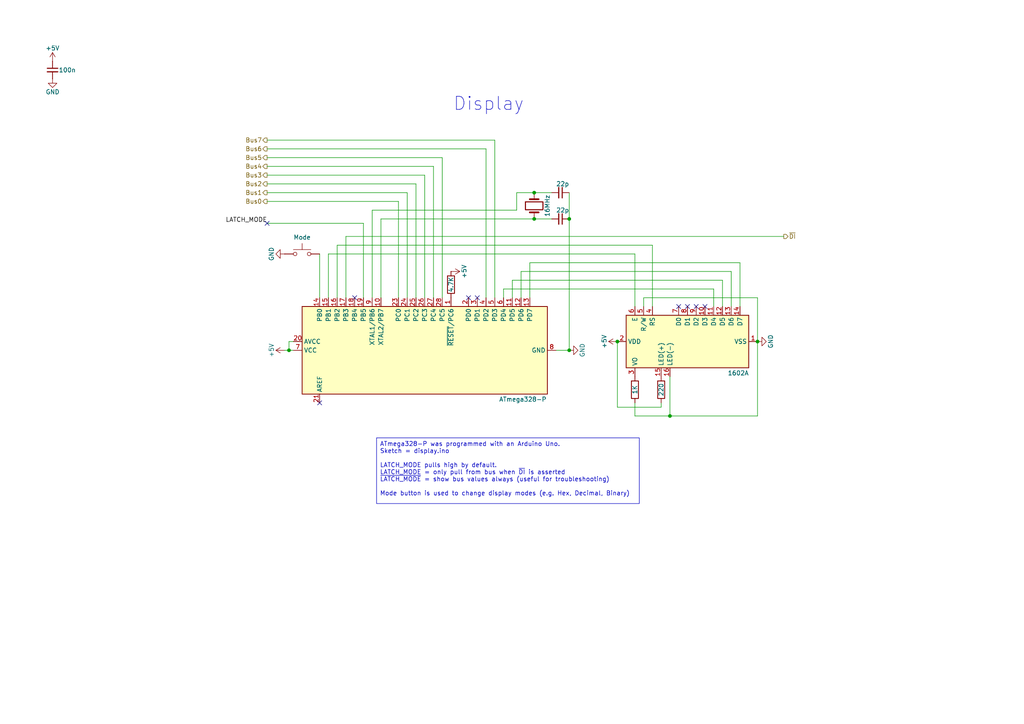
<source format=kicad_sch>
(kicad_sch (version 20250114) (generator "eeschema") (generator_version "9.0")
  (paper "A4")
  (lib_symbols
    (symbol "Device:C_Small" (pin_numbers (hide yes)) (pin_names (offset 0.254) (hide yes))
      (property "Reference" "C" (at 0.254 1.778 0))
      (property "Value" "C_Small" (at 0.254 -2.032 0))
      (symbol "C_Small_0_1"
        (polyline (pts (xy -1.524 0.508) (xy 1.524 0.508)) (stroke (width 0.3048)))
        (polyline (pts (xy -1.524 -0.508) (xy 1.524 -0.508)) (stroke (width 0.3302)))
      )
      (symbol "C_Small_1_1"
        (pin passive line (at 0 2.54 270) (length 2.032) (name "~") (number "1"))
        (pin passive line (at 0 -2.54 90) (length 2.032) (name "~") (number "2"))
      )
    )
    (symbol "Device:Crystal" (pin_numbers (hide yes)) (pin_names (offset 1.016) (hide yes))
      (property "Reference" "Y" (at 0 3.81 0))
      (property "Value" "Crystal" (at 0 -3.81 0))
      (symbol "Crystal_0_1"
        (polyline (pts (xy -2.54 0) (xy -1.905 0)))
        (polyline (pts (xy -1.905 -1.27) (xy -1.905 1.27)) (stroke (width 0.508)))
        (rectangle (start -1.143 2.54) (end 1.143 -2.54) (stroke (width 0.3048)))
        (polyline (pts (xy 1.905 -1.27) (xy 1.905 1.27)) (stroke (width 0.508)))
        (polyline (pts (xy 2.54 0) (xy 1.905 0)))
      )
      (symbol "Crystal_1_1"
        (pin passive line (at -3.81 0 0) (length 1.27) (name "1") (number "1"))
        (pin passive line (at 3.81 0 180) (length 1.27) (name "2") (number "2"))
      )
    )
    (symbol "Device:R" (pin_numbers (hide yes)) (pin_names (offset 0))
      (property "Reference" "R" (at 2.032 0 90))
      (property "Value" "R" (at 0 0 90))
      (symbol "R_0_1"
        (rectangle (start -1.016 -2.54) (end 1.016 2.54) (stroke (width 0.254)))
      )
      (symbol "R_1_1"
        (pin passive line (at 0 3.81 270) (length 1.27) (name "~") (number "1"))
        (pin passive line (at 0 -3.81 90) (length 1.27) (name "~") (number "2"))
      )
    )
    (symbol "Display_Character:WC1602A"
      (property "Reference" "DS" (at -5.842 19.05 0))
      (property "Value" "WC1602A" (at 5.334 19.05 0))
      (symbol "WC1602A_1_1"
        (rectangle (start -7.62 17.78) (end 7.62 -17.78) (stroke (width 0.254)) (fill (type background)))
        (pin input line (at -10.16 15.24 0) (length 2.54) (name "E") (number "6"))
        (pin input line (at -10.16 12.7 0) (length 2.54) (name "R/W") (number "5"))
        (pin input line (at -10.16 10.16 0) (length 2.54) (name "RS") (number "4"))
        (pin input line (at -10.16 2.54 0) (length 2.54) (name "D0") (number "7"))
        (pin input line (at -10.16 0 0) (length 2.54) (name "D1") (number "8"))
        (pin input line (at -10.16 -2.54 0) (length 2.54) (name "D2") (number "9"))
        (pin input line (at -10.16 -5.08 0) (length 2.54) (name "D3") (number "10"))
        (pin input line (at -10.16 -7.62 0) (length 2.54) (name "D4") (number "11"))
        (pin input line (at -10.16 -10.16 0) (length 2.54) (name "D5") (number "12"))
        (pin input line (at -10.16 -12.7 0) (length 2.54) (name "D6") (number "13"))
        (pin input line (at -10.16 -15.24 0) (length 2.54) (name "D7") (number "14"))
        (pin power_in line (at 0 20.32 270) (length 2.54) (name "VDD") (number "2"))
        (pin power_in line (at 0 -20.32 90) (length 2.54) (name "VSS") (number "1"))
        (pin input line (at 10.16 15.24 180) (length 2.54) (name "VO") (number "3"))
        (pin power_in line (at 10.16 7.62 180) (length 2.54) (name "LED(+)") (number "15"))
        (pin power_in line (at 10.16 5.08 180) (length 2.54) (name "LED(-)") (number "16"))
      )
    )
    (symbol "MCU_Microchip_ATmega:ATmega328-P"
      (property "Reference" "U" (at -12.7 36.83 0))
      (property "Value" "ATmega328-P" (at 2.54 -36.83 0))
      (symbol "ATmega328-P_0_1"
        (rectangle (start -12.7 -35.56) (end 12.7 35.56) (stroke (width 0.254)) (fill (type background)))
      )
      (symbol "ATmega328-P_1_1"
        (pin passive line (at -15.24 30.48 0) (length 2.54) (name "AREF") (number "21"))
        (pin power_in line (at 0 38.1 270) (length 2.54) (name "VCC") (number "7"))
        (pin passive line (at 0 -38.1 90) (length 2.54) (hide yes) (name "GND") (number "22"))
        (pin power_in line (at 0 -38.1 90) (length 2.54) (name "GND") (number "8"))
        (pin power_in line (at 2.54 38.1 270) (length 2.54) (name "AVCC") (number "20"))
        (pin bidirectional line (at 15.24 30.48 180) (length 2.54) (name "PB0") (number "14"))
        (pin bidirectional line (at 15.24 27.94 180) (length 2.54) (name "PB1") (number "15"))
        (pin bidirectional line (at 15.24 25.4 180) (length 2.54) (name "PB2") (number "16"))
        (pin bidirectional line (at 15.24 22.86 180) (length 2.54) (name "PB3") (number "17"))
        (pin bidirectional line (at 15.24 20.32 180) (length 2.54) (name "PB4") (number "18"))
        (pin bidirectional line (at 15.24 17.78 180) (length 2.54) (name "PB5") (number "19"))
        (pin bidirectional line (at 15.24 15.24 180) (length 2.54) (name "XTAL1/PB6") (number "9"))
        (pin bidirectional line (at 15.24 12.7 180) (length 2.54) (name "XTAL2/PB7") (number "10"))
        (pin bidirectional line (at 15.24 7.62 180) (length 2.54) (name "PC0") (number "23"))
        (pin bidirectional line (at 15.24 5.08 180) (length 2.54) (name "PC1") (number "24"))
        (pin bidirectional line (at 15.24 2.54 180) (length 2.54) (name "PC2") (number "25"))
        (pin bidirectional line (at 15.24 0 180) (length 2.54) (name "PC3") (number "26"))
        (pin bidirectional line (at 15.24 -2.54 180) (length 2.54) (name "PC4") (number "27"))
        (pin bidirectional line (at 15.24 -5.08 180) (length 2.54) (name "PC5") (number "28"))
        (pin bidirectional line (at 15.24 -7.62 180) (length 2.54) (name "~{RESET}/PC6") (number "1"))
        (pin bidirectional line (at 15.24 -12.7 180) (length 2.54) (name "PD0") (number "2"))
        (pin bidirectional line (at 15.24 -15.24 180) (length 2.54) (name "PD1") (number "3"))
        (pin bidirectional line (at 15.24 -17.78 180) (length 2.54) (name "PD2") (number "4"))
        (pin bidirectional line (at 15.24 -20.32 180) (length 2.54) (name "PD3") (number "5"))
        (pin bidirectional line (at 15.24 -22.86 180) (length 2.54) (name "PD4") (number "6"))
        (pin bidirectional line (at 15.24 -25.4 180) (length 2.54) (name "PD5") (number "11"))
        (pin bidirectional line (at 15.24 -27.94 180) (length 2.54) (name "PD6") (number "12"))
        (pin bidirectional line (at 15.24 -30.48 180) (length 2.54) (name "PD7") (number "13"))
      )
    )
    (symbol "Switch:SW_Push" (pin_numbers (hide yes)) (pin_names (offset 1.016) (hide yes))
      (property "Reference" "SW" (at 1.27 2.54 0))
      (property "Value" "SW_Push" (at 0 -1.524 0))
      (symbol "SW_Push_0_1"
        (circle (center -2.032 0) (radius 0.508))
        (polyline (pts (xy 0 1.27) (xy 0 3.048)))
        (circle (center 2.032 0) (radius 0.508))
        (polyline (pts (xy 2.54 1.27) (xy -2.54 1.27)))
        (pin passive line (at -5.08 0 0) (length 2.54) (name "1") (number "1"))
        (pin passive line (at 5.08 0 180) (length 2.54) (name "2") (number "2"))
      )
    )
    (symbol "power:+5V" (power) (pin_numbers (hide yes)) (pin_names (offset 0) (hide yes))
      (property "Value" "+5V" (at 0 3.556 0))
      (symbol "+5V_0_1"
        (polyline (pts (xy -0.762 1.27) (xy 0 2.54)))
        (polyline (pts (xy 0 2.54) (xy 0.762 1.27)))
        (polyline (pts (xy 0 0) (xy 0 2.54)))
      )
      (symbol "+5V_1_1"
        (pin power_in line (at 0 0 90) (length 0) (name "~") (number "1"))
      )
    )
    (symbol "power:GND" (power) (pin_numbers (hide yes)) (pin_names (offset 0) (hide yes))
      (property "Value" "GND" (at 0 -3.81 0))
      (symbol "GND_0_1"
        (polyline (pts (xy 0 0) (xy 0 -1.27) (xy 1.27 -1.27) (xy 0 -2.54) (xy -1.27 -1.27) (xy 0 -1.27)))
      )
      (symbol "GND_1_1"
        (pin power_in line (at 0 0 270) (length 0) (name "~") (number "1"))
      )
    )
  )
  (text "Display" (at 141.732 30.226 0) (effects (font (size 3.81 3.81))))
  (text_box "ATmega328-P was programmed with an Arduino Uno.\nSketch = display.ino\n\nLATCH_MODE pulls high by default.\nLATCH_MODE = only pull from bus when ~{DI} is asserted\n~{LATCH_MODE} = show bus values always (useful for troubleshooting)\n\nMode button is used to change display modes (e.g. Hex, Decimal, Binary)" (at 109.22 127 0) (size 76.2 19.05) (margins 0.9525 0.9525 0.9525 0.9525) (effects (font (size 1.27 1.27)) (justify left top)))
  (junction (at 179.07 99.06))
  (junction (at 154.94 63.5))
  (junction (at 83.82 101.6))
  (junction (at 194.31 120.65))
  (junction (at 154.94 55.88))
  (junction (at 165.1 101.6))
  (junction (at 165.1 63.5))
  (junction (at 219.71 99.06))
  (no_connect (at 135.89 86.36))
  (no_connect (at 196.85 88.9))
  (no_connect (at 204.47 88.9))
  (no_connect (at 199.39 88.9))
  (no_connect (at 92.71 116.84))
  (no_connect (at 138.43 86.36))
  (no_connect (at 201.93 88.9))
  (no_connect (at 77.47 64.77))
  (no_connect (at 102.87 86.36))
  (wire (pts (xy 191.77 118.11) (xy 179.07 118.11)))
  (wire (pts (xy 105.41 64.77) (xy 105.41 86.36)))
  (wire (pts (xy 189.23 71.12) (xy 189.23 88.9)))
  (wire (pts (xy 118.11 55.88) (xy 77.47 55.88)))
  (wire (pts (xy 125.73 86.36) (xy 125.73 48.26)))
  (wire (pts (xy 153.67 76.2) (xy 214.63 76.2)))
  (wire (pts (xy 110.49 86.36) (xy 110.49 63.5)))
  (wire (pts (xy 107.95 86.36) (xy 107.95 60.96)))
  (wire (pts (xy 107.95 60.96) (xy 149.86 60.96)))
  (wire (pts (xy 83.82 101.6) (xy 85.09 101.6)))
  (wire (pts (xy 184.15 120.65) (xy 184.15 116.84)))
  (wire (pts (xy 149.86 60.96) (xy 149.86 55.88)))
  (wire (pts (xy 212.09 78.74) (xy 212.09 88.9)))
  (wire (pts (xy 97.79 86.36) (xy 97.79 71.12)))
  (wire (pts (xy 160.02 63.5) (xy 154.94 63.5)))
  (wire (pts (xy 118.11 86.36) (xy 118.11 55.88)))
  (wire (pts (xy 151.13 86.36) (xy 151.13 78.74)))
  (wire (pts (xy 95.25 73.66) (xy 184.15 73.66)))
  (wire (pts (xy 153.67 86.36) (xy 153.67 76.2)))
  (wire (pts (xy 123.19 86.36) (xy 123.19 50.8)))
  (wire (pts (xy 194.31 120.65) (xy 219.71 120.65)))
  (wire (pts (xy 179.07 118.11) (xy 179.07 99.06)))
  (wire (pts (xy 146.05 83.82) (xy 207.01 83.82)))
  (wire (pts (xy 120.65 86.36) (xy 120.65 53.34)))
  (wire (pts (xy 83.82 99.06) (xy 85.09 99.06)))
  (wire (pts (xy 184.15 120.65) (xy 194.31 120.65)))
  (wire (pts (xy 123.19 50.8) (xy 77.47 50.8)))
  (wire (pts (xy 82.55 101.6) (xy 83.82 101.6)))
  (wire (pts (xy 219.71 120.65) (xy 219.71 99.06)))
  (wire (pts (xy 207.01 83.82) (xy 207.01 88.9)))
  (wire (pts (xy 160.02 55.88) (xy 154.94 55.88)))
  (wire (pts (xy 165.1 101.6) (xy 161.29 101.6)))
  (wire (pts (xy 97.79 71.12) (xy 189.23 71.12)))
  (wire (pts (xy 184.15 73.66) (xy 184.15 88.9)))
  (wire (pts (xy 100.33 86.36) (xy 100.33 68.58)))
  (wire (pts (xy 92.71 73.66) (xy 92.71 86.36)))
  (wire (pts (xy 214.63 76.2) (xy 214.63 88.9)))
  (wire (pts (xy 100.33 68.58) (xy 227.33 68.58)))
  (wire (pts (xy 148.59 86.36) (xy 148.59 81.28)))
  (wire (pts (xy 110.49 63.5) (xy 154.94 63.5)))
  (wire (pts (xy 219.71 86.36) (xy 219.71 99.06)))
  (wire (pts (xy 209.55 81.28) (xy 209.55 88.9)))
  (wire (pts (xy 148.59 81.28) (xy 209.55 81.28)))
  (wire (pts (xy 83.82 99.06) (xy 83.82 101.6)))
  (wire (pts (xy 143.51 86.36) (xy 143.51 40.64)))
  (wire (pts (xy 115.57 58.42) (xy 77.47 58.42)))
  (wire (pts (xy 151.13 78.74) (xy 212.09 78.74)))
  (wire (pts (xy 143.51 40.64) (xy 77.47 40.64)))
  (wire (pts (xy 191.77 116.84) (xy 191.77 118.11)))
  (wire (pts (xy 149.86 55.88) (xy 154.94 55.88)))
  (wire (pts (xy 140.97 43.18) (xy 77.47 43.18)))
  (wire (pts (xy 146.05 86.36) (xy 146.05 83.82)))
  (wire (pts (xy 128.27 45.72) (xy 77.47 45.72)))
  (wire (pts (xy 115.57 86.36) (xy 115.57 58.42)))
  (wire (pts (xy 120.65 53.34) (xy 77.47 53.34)))
  (wire (pts (xy 77.47 64.77) (xy 105.41 64.77)))
  (wire (pts (xy 186.69 86.36) (xy 219.71 86.36)))
  (wire (pts (xy 128.27 86.36) (xy 128.27 45.72)))
  (wire (pts (xy 95.25 86.36) (xy 95.25 73.66)))
  (wire (pts (xy 165.1 63.5) (xy 165.1 101.6)))
  (wire (pts (xy 125.73 48.26) (xy 77.47 48.26)))
  (wire (pts (xy 186.69 88.9) (xy 186.69 86.36)))
  (wire (pts (xy 165.1 55.88) (xy 165.1 63.5)))
  (wire (pts (xy 140.97 86.36) (xy 140.97 43.18)))
  (wire (pts (xy 194.31 109.22) (xy 194.31 120.65)))
  (label "LATCH_MODE" (at 77.47 64.77 180))
  (hierarchical_label "Bus7" (shape output) (at 77.47 40.64 180))
  (hierarchical_label "Bus6" (shape output) (at 77.47 43.18 180))
  (hierarchical_label "Bus5" (shape output) (at 77.47 45.72 180))
  (hierarchical_label "Bus2" (shape output) (at 77.47 53.34 180))
  (hierarchical_label "~{DI}" (shape output) (at 227.33 68.58 0))
  (hierarchical_label "Bus1" (shape output) (at 77.47 55.88 180))
  (hierarchical_label "Bus4" (shape output) (at 77.47 48.26 180))
  (hierarchical_label "Bus3" (shape output) (at 77.47 50.8 180))
  (hierarchical_label "Bus0" (shape output) (at 77.47 58.42 180))
  (symbol (lib_id "power:+5V") (at 179.07 99.06 90) (unit 1)
    (property "Reference" "#PWR056" (effects (hide yes)))
    (property "Value" "+5V" (at 175.26 99.06 0))
    (property "Description" "Power symbol creates a global label with name \"+5V\"" (effects (hide yes)))
  )
  (symbol (lib_id "Device:C_Small") (at 162.56 63.5 270) (unit 1)
    (property "Reference" "C13" (effects (hide yes)))
    (property "Value" "22p" (at 161.29 60.96 90) (effects (justify left)))
    (property "Footprint" "Capacitor_THT:C_Disc_D5.0mm_W2.5mm_P5.00mm" (effects (hide yes)))
    (property "Description" "Unpolarized capacitor, small symbol" (effects (hide yes)))
  )
  (symbol (lib_id "power:+5V") (at 130.81 78.74 270) (unit 1)
    (property "Reference" "#PWR03" (effects (hide yes)))
    (property "Value" "+5V" (at 134.62 78.74 0))
    (property "Description" "Power symbol creates a global label with name \"+5V\"" (effects (hide yes)))
  )
  (symbol (lib_id "power:GND") (at 165.1 101.6 90) (unit 1)
    (property "Reference" "#PWR057" (effects (hide yes)))
    (property "Value" "GND" (at 168.91 103.632 0) (effects (justify left)))
    (property "Description" "Power symbol creates a global label with name \"GND\" , ground" (effects (hide yes)))
  )
  (symbol (lib_id "Device:R") (at 184.15 113.03 180) (unit 1)
    (property "Reference" "R44" (effects (hide yes)))
    (property "Value" "1K" (at 184.15 113.03 90))
    (property "Footprint" "Resistor_THT:R_Axial_DIN0207_L6.3mm_D2.5mm_P7.62mm_Horizontal" (effects (hide yes)))
    (property "Description" "Resistor" (effects (hide yes)))
  )
  (symbol (lib_id "Device:R") (at 130.81 82.55 0) (unit 1)
    (property "Reference" "R43" (effects (hide yes)))
    (property "Value" "4.7K" (at 130.81 82.55 90))
    (property "Footprint" "Resistor_THT:R_Axial_DIN0207_L6.3mm_D2.5mm_P7.62mm_Horizontal" (effects (hide yes)))
    (property "Description" "Resistor" (effects (hide yes)))
  )
  (symbol (lib_id "power:GND") (at 82.55 73.66 270) (unit 1)
    (property "Reference" "#PWR059" (effects (hide yes)))
    (property "Value" "GND" (at 78.74 71.628 0) (effects (justify left)))
    (property "Description" "Power symbol creates a global label with name \"GND\" , ground" (effects (hide yes)))
  )
  (symbol (lib_id "Device:C_Small") (at 15.24 20.32 0) (unit 1)
    (property "Reference" "C11" (effects (hide yes)))
    (property "Value" "100n" (at 17.018 20.32 0) (effects (justify left)))
    (property "Footprint" "Capacitor_THT:C_Disc_D5.0mm_W2.5mm_P5.00mm" (effects (hide yes)))
    (property "Description" "Unpolarized capacitor, small symbol" (effects (hide yes)))
  )
  (symbol (lib_id "Display_Character:WC1602A") (at 199.39 99.06 90) (mirror x) (unit 1)
    (property "Reference" "DS1" (effects (hide yes)))
    (property "Value" "1602A" (at 214.122 108.204 90))
    (property "Footprint" "Display:WC1602A" (effects (hide yes)))
    (property "Datasheet" "http://www.wincomlcd.com/pdf/WC1602A-SFYLYHTC06.pdf" (effects (hide yes)))
    (property "Description" "LCD 16x2 Alphanumeric , 8 bit parallel bus, 5V VDD" (effects (hide yes)))
  )
  (symbol (lib_id "Device:R") (at 191.77 113.03 0) (mirror x) (unit 1)
    (property "Reference" "R45" (effects (hide yes)))
    (property "Value" "220" (at 191.77 113.03 90))
    (property "Footprint" "Resistor_THT:R_Axial_DIN0207_L6.3mm_D2.5mm_P7.62mm_Horizontal" (effects (hide yes)))
    (property "Description" "Resistor" (effects (hide yes)))
  )
  (symbol (lib_id "power:+5V") (at 82.55 101.6 90) (unit 1)
    (property "Reference" "#PWR055" (effects (hide yes)))
    (property "Value" "+5V" (at 78.74 101.6 0))
    (property "Description" "Power symbol creates a global label with name \"+5V\"" (effects (hide yes)))
  )
  (symbol (lib_id "power:GND") (at 219.71 99.06 90) (unit 1)
    (property "Reference" "#PWR058" (effects (hide yes)))
    (property "Value" "GND" (at 223.52 101.092 0) (effects (justify left)))
    (property "Description" "Power symbol creates a global label with name \"GND\" , ground" (effects (hide yes)))
  )
  (symbol (lib_id "Device:C_Small") (at 162.56 55.88 270) (unit 1)
    (property "Reference" "C12" (effects (hide yes)))
    (property "Value" "22p" (at 161.29 53.34 90) (effects (justify left)))
    (property "Footprint" "Capacitor_THT:C_Disc_D5.0mm_W2.5mm_P5.00mm" (effects (hide yes)))
    (property "Description" "Unpolarized capacitor, small symbol" (effects (hide yes)))
  )
  (symbol (lib_id "Device:Crystal") (at 154.94 59.69 270) (unit 1)
    (property "Reference" "Y1" (effects (hide yes)))
    (property "Value" "16MHz" (at 158.75 59.69 0))
    (property "Footprint" "Crystal:Crystal_HC49-U_Vertical" (effects (hide yes)))
    (property "Description" "Two pin crystal" (effects (hide yes)))
  )
  (symbol (lib_id "MCU_Microchip_ATmega:ATmega328-P") (at 123.19 101.6 90) (unit 1)
    (property "Reference" "U15" (effects (hide yes)))
    (property "Value" "ATmega328-P" (at 151.638 115.824 90))
    (property "Footprint" "Package_DIP:DIP-28_W7.62mm_Socket_LongPads" (effects (hide yes)))
    (property "Datasheet" "http://ww1.microchip.com/downloads/en/DeviceDoc/ATmega328_P%20AVR%20MCU%20with%20picoPower%20Technology%20Data%20Sheet%2040001984A.pdf" (effects (hide yes)))
    (property "Description" "20MHz, 32kB Flash, 2kB SRAM, 1kB EEPROM, DIP-28" (effects (hide yes)))
  )
  (symbol (lib_id "power:GND") (at 15.24 22.86 0) (unit 1)
    (property "Reference" "#PWR054" (effects (hide yes)))
    (property "Value" "GND" (at 13.208 26.67 0) (effects (justify left)))
    (property "Description" "Power symbol creates a global label with name \"GND\" , ground" (effects (hide yes)))
  )
  (symbol (lib_id "Switch:SW_Push") (at 87.63 73.66 0) (unit 1)
    (property "Reference" "SWBU3" (effects (hide yes)))
    (property "Value" "Mode" (at 87.63 68.834 0))
    (property "Footprint" "Button_Switch_THT:SW_PUSH_6mm" (effects (hide yes)))
    (property "Description" "Push button switch, generic, two pins" (effects (hide yes)))
  )
  (symbol (lib_id "power:+5V") (at 15.24 17.78 0) (unit 1)
    (property "Reference" "#PWR053" (effects (hide yes)))
    (property "Value" "+5V" (at 15.24 13.97 0))
    (property "Description" "Power symbol creates a global label with name \"+5V\"" (effects (hide yes)))
  )
)
</source>
